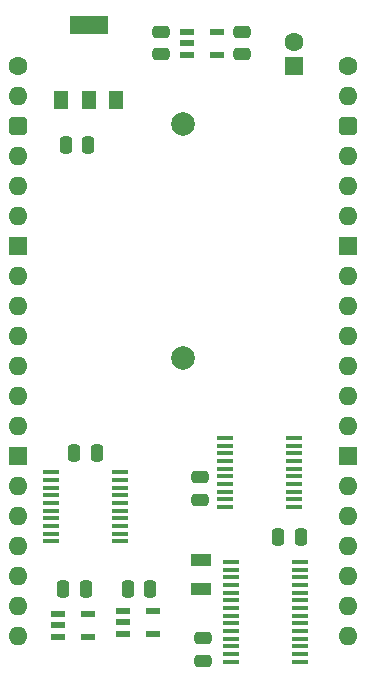
<source format=gts>
%TF.GenerationSoftware,KiCad,Pcbnew,8.0.7*%
%TF.CreationDate,2025-01-09T06:50:19+02:00*%
%TF.ProjectId,Clock Device,436c6f63-6b20-4446-9576-6963652e6b69,V1*%
%TF.SameCoordinates,Original*%
%TF.FileFunction,Soldermask,Top*%
%TF.FilePolarity,Negative*%
%FSLAX46Y46*%
G04 Gerber Fmt 4.6, Leading zero omitted, Abs format (unit mm)*
G04 Created by KiCad (PCBNEW 8.0.7) date 2025-01-09 06:50:19*
%MOMM*%
%LPD*%
G01*
G04 APERTURE LIST*
G04 Aperture macros list*
%AMRoundRect*
0 Rectangle with rounded corners*
0 $1 Rounding radius*
0 $2 $3 $4 $5 $6 $7 $8 $9 X,Y pos of 4 corners*
0 Add a 4 corners polygon primitive as box body*
4,1,4,$2,$3,$4,$5,$6,$7,$8,$9,$2,$3,0*
0 Add four circle primitives for the rounded corners*
1,1,$1+$1,$2,$3*
1,1,$1+$1,$4,$5*
1,1,$1+$1,$6,$7*
1,1,$1+$1,$8,$9*
0 Add four rect primitives between the rounded corners*
20,1,$1+$1,$2,$3,$4,$5,0*
20,1,$1+$1,$4,$5,$6,$7,0*
20,1,$1+$1,$6,$7,$8,$9,0*
20,1,$1+$1,$8,$9,$2,$3,0*%
G04 Aperture macros list end*
%ADD10R,1.475000X0.450000*%
%ADD11R,1.600000X1.600000*%
%ADD12C,1.600000*%
%ADD13R,1.250000X0.600000*%
%ADD14R,1.800000X1.000000*%
%ADD15C,2.000000*%
%ADD16RoundRect,0.250000X0.475000X-0.250000X0.475000X0.250000X-0.475000X0.250000X-0.475000X-0.250000X0*%
%ADD17RoundRect,0.250000X0.250000X0.475000X-0.250000X0.475000X-0.250000X-0.475000X0.250000X-0.475000X0*%
%ADD18RoundRect,0.250000X-0.250000X-0.475000X0.250000X-0.475000X0.250000X0.475000X-0.250000X0.475000X0*%
%ADD19O,1.600000X1.600000*%
%ADD20RoundRect,0.400000X-0.400000X-0.400000X0.400000X-0.400000X0.400000X0.400000X-0.400000X0.400000X0*%
%ADD21R,1.200000X1.500000*%
%ADD22R,3.300000X1.500000*%
%ADD23RoundRect,0.250000X-0.475000X0.250000X-0.475000X-0.250000X0.475000X-0.250000X0.475000X0.250000X0*%
%ADD24R,1.150000X0.600000*%
G04 APERTURE END LIST*
D10*
%TO.C,IC8*%
X18017000Y-42003000D03*
X18017000Y-42653000D03*
X18017000Y-43303000D03*
X18017000Y-43953000D03*
X18017000Y-44603000D03*
X18017000Y-45253000D03*
X18017000Y-45903000D03*
X18017000Y-46553000D03*
X18017000Y-47203000D03*
X18017000Y-47853000D03*
X18017000Y-48503000D03*
X18017000Y-49153000D03*
X18017000Y-49803000D03*
X18017000Y-50453000D03*
X23893000Y-50453000D03*
X23893000Y-49803000D03*
X23893000Y-49153000D03*
X23893000Y-48503000D03*
X23893000Y-47853000D03*
X23893000Y-47203000D03*
X23893000Y-46553000D03*
X23893000Y-45903000D03*
X23893000Y-45253000D03*
X23893000Y-44603000D03*
X23893000Y-43953000D03*
X23893000Y-43303000D03*
X23893000Y-42653000D03*
X23893000Y-42003000D03*
%TD*%
D11*
%TO.C,C13*%
X23368000Y31999D03*
D12*
X23368000Y2031999D03*
%TD*%
D13*
%TO.C,IC6*%
X3390000Y-46421000D03*
X3390000Y-47371000D03*
X3390000Y-48321000D03*
X5890000Y-48321000D03*
X5890000Y-46421000D03*
%TD*%
D14*
%TO.C,Y1*%
X15494000Y-41803000D03*
X15494000Y-44303000D03*
%TD*%
D15*
%TO.C,J5*%
X13970000Y-4953000D03*
X13970000Y-24753000D03*
%TD*%
D16*
%TO.C,C3*%
X15367000Y-36748000D03*
X15367000Y-34848000D03*
%TD*%
D10*
%TO.C,IC3*%
X23385000Y-37342000D03*
X23385000Y-36692000D03*
X23385000Y-36042000D03*
X23385000Y-35392000D03*
X23385000Y-34742000D03*
X23385000Y-34092000D03*
X23385000Y-33442000D03*
X23385000Y-32792000D03*
X23385000Y-32142000D03*
X23385000Y-31492000D03*
X17509000Y-31492000D03*
X17509000Y-32142000D03*
X17509000Y-32792000D03*
X17509000Y-33442000D03*
X17509000Y-34092000D03*
X17509000Y-34742000D03*
X17509000Y-35392000D03*
X17509000Y-36042000D03*
X17509000Y-36692000D03*
X17509000Y-37342000D03*
%TD*%
D17*
%TO.C,C2*%
X22004000Y-39904000D03*
X23904000Y-39904000D03*
%TD*%
D18*
%TO.C,C14*%
X4019000Y-6731000D03*
X5919000Y-6731000D03*
%TD*%
D16*
%TO.C,C8*%
X12133000Y971000D03*
X12133000Y2871000D03*
%TD*%
D17*
%TO.C,C1*%
X11202000Y-44323000D03*
X9302000Y-44323000D03*
%TD*%
D12*
%TO.C,J1*%
X0Y0D03*
D19*
X0Y-2540000D03*
D20*
X0Y-5080000D03*
D19*
X0Y-7620000D03*
X0Y-10160000D03*
X0Y-12700000D03*
D11*
X0Y-15240000D03*
D19*
X0Y-17780000D03*
X0Y-20320000D03*
X0Y-22860000D03*
X0Y-25400000D03*
X0Y-27940000D03*
X0Y-30480000D03*
D11*
X0Y-33020000D03*
D19*
X0Y-35560000D03*
X0Y-38100000D03*
X0Y-40640000D03*
X0Y-43180000D03*
X0Y-45720000D03*
X0Y-48260000D03*
%TD*%
D21*
%TO.C,IC10*%
X3655000Y-2921000D03*
X5955000Y-2921000D03*
X8255000Y-2921000D03*
D22*
X5955000Y3479000D03*
%TD*%
D17*
%TO.C,C5*%
X6649000Y-32766000D03*
X4749000Y-32766000D03*
%TD*%
%TO.C,C17*%
X5721000Y-44257000D03*
X3821000Y-44257000D03*
%TD*%
D23*
%TO.C,C19*%
X15621000Y-48469000D03*
X15621000Y-50369000D03*
%TD*%
D13*
%TO.C,IC4*%
X8891000Y-46167000D03*
X8891000Y-47117000D03*
X8891000Y-48067000D03*
X11391000Y-48067000D03*
X11391000Y-46167000D03*
%TD*%
D16*
%TO.C,C9*%
X18991000Y971000D03*
X18991000Y2871000D03*
%TD*%
D10*
%TO.C,IC1*%
X2777000Y-34413000D03*
X2777000Y-35063000D03*
X2777000Y-35713000D03*
X2777000Y-36363000D03*
X2777000Y-37013000D03*
X2777000Y-37663000D03*
X2777000Y-38313000D03*
X2777000Y-38963000D03*
X2777000Y-39613000D03*
X2777000Y-40263000D03*
X8653000Y-40263000D03*
X8653000Y-39613000D03*
X8653000Y-38963000D03*
X8653000Y-38313000D03*
X8653000Y-37663000D03*
X8653000Y-37013000D03*
X8653000Y-36363000D03*
X8653000Y-35713000D03*
X8653000Y-35063000D03*
X8653000Y-34413000D03*
%TD*%
D24*
%TO.C,IC5*%
X14262000Y2855000D03*
X14262000Y1905000D03*
X14262000Y955000D03*
X16862000Y955000D03*
X16862000Y2855000D03*
%TD*%
D12*
%TO.C,J2*%
X27940000Y0D03*
D19*
X27940000Y-2540000D03*
D20*
X27940000Y-5080000D03*
D19*
X27940000Y-7620000D03*
X27940000Y-10160000D03*
X27940000Y-12700000D03*
D11*
X27940000Y-15240000D03*
D19*
X27940000Y-17780000D03*
X27940000Y-20320000D03*
X27940000Y-22860000D03*
X27940000Y-25400000D03*
X27940000Y-27940000D03*
X27940000Y-30480000D03*
D11*
X27940000Y-33020000D03*
D19*
X27940000Y-35560000D03*
X27940000Y-38100000D03*
X27940000Y-40640000D03*
X27940000Y-43180000D03*
X27940000Y-45720000D03*
X27940000Y-48260000D03*
%TD*%
M02*

</source>
